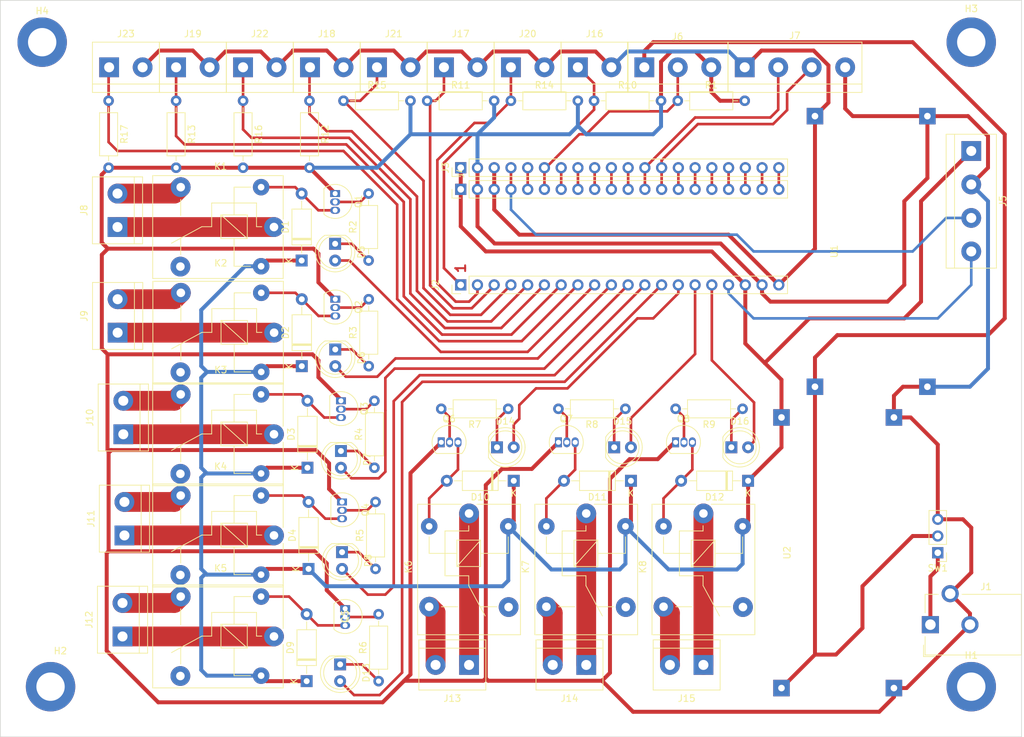
<source format=kicad_pcb>
(kicad_pcb (version 20240108) (generator "pcbnew") (generator_version "8.0")
  (layers (0 "F.Cu" signal) (31 "B.Cu" signal) (34 "B.Paste" user) (35 "F.Paste" user) (36 "B.SilkS" user "B.Silkscreen") (37 "F.SilkS" user "F.Silkscreen") (38 "B.Mask" user) (39 "F.Mask" user) (44 "Edge.Cuts" user))
  (net 0 "")
  (net 1 "+5V")
  (net 2 "Net-(D1-A)")
  (net 3 "Net-(D2-A)")
  (net 4 "Net-(D3-A)")
  (net 5 "Net-(D4-A)")
  (net 6 "Net-(D5-K)")
  (net 7 "Electrode1_Output")
  (net 8 "Net-(D6-K)")
  (net 9 "Electrode2_Output")
  (net 10 "Net-(D7-K)")
  (net 11 "Electrode3_Output")
  (net 12 "Net-(D8-K)")
  (net 13 "Electrode4_Output")
  (net 14 "Net-(D9-A)")
  (net 15 "Net-(D10-A)")
  (net 16 "Net-(D11-A)")
  (net 17 "Net-(D12-A)")
  (net 18 "Net-(D13-K)")
  (net 19 "Solenoid1_Output")
  (net 20 "Net-(D14-K)")
  (net 21 "Solenoid2_Output")
  (net 22 "Net-(D15-K)")
  (net 23 "Solenoid3_Output")
  (net 24 "Net-(D16-K)")
  (net 25 "Solenoid4_Output")
  (net 26 "GND")
  (net 27 "OLED_SCL")
  (net 28 "OLED_SDA")
  (net 29 "+24V")
  (net 30 "Gas_Pressure_Out")
  (net 31 "+3V3")
  (net 32 "Gas_Flowrate_Rx")
  (net 33 "Gas_Flowrate_Tx")
  (net 34 "Float_Chamber1_min")
  (net 35 "Float_Chamber2_min")
  (net 36 "Float_Chamber3_min")
  (net 37 "Float_Chamber4_min")
  (net 38 "Float_Chamber1_max")
  (net 39 "Float_Chamber2_max")
  (net 40 "Float_Chamber4_max")
  (net 41 "Float_Chamber3_max")
  (net 42 "/general_layout/PB0")
  (net 43 "/general_layout/PA7")
  (net 44 "/general_layout/PA6")
  (net 45 "/general_layout/PA5")
  (net 46 "/general_layout/PA4")
  (net 47 "/general_layout/PA1")
  (net 48 "/general_layout/NRST")
  (net 49 "/general_layout/PC13")
  (net 50 "/general_layout/VB")
  (net 59 "Net-(SW1-A)")
  (net 60 "Net-(J8-Pin_1)")
  (net 61 "Net-(J8-Pin_2)")
  (net 62 "Net-(J9-Pin_1)")
  (net 63 "Net-(J9-Pin_2)")
  (net 64 "Net-(J10-Pin_1)")
  (net 65 "Net-(J10-Pin_2)")
  (net 66 "Net-(J11-Pin_2)")
  (net 67 "Net-(J11-Pin_1)")
  (net 68 "Net-(J12-Pin_2)")
  (net 69 "Net-(J12-Pin_1)")
  (net 70 "Net-(J13-Pin_1)")
  (net 71 "Net-(J13-Pin_2)")
  (net 72 "Net-(J14-Pin_1)")
  (net 73 "Net-(J14-Pin_2)")
  (net 74 "/general_layout/PC14")
  (net 75 "/general_layout/PC15")
  (net 76 "/general_layout/PA0")
  (net 77 "Net-(J15-Pin_1)")
  (net 78 "Net-(J15-Pin_2)")
  (net 79 "Net-(Q1-B)")
  (net 80 "Net-(Q2-B)")
  (net 81 "Net-(Q3-B)")
  (net 82 "Net-(Q4-B)")
  (net 83 "Net-(Q5-B)")
  (net 84 "Net-(Q6-B)")
  (net 85 "Net-(Q7-B)")
  (net 86 "Net-(Q8-B)")
  (net 87 "/general_layout/PB2")
  (footprint "Package_TO_SOT_THT:TO-92L_Inline" (layer "F.Cu") (at 160.88 110.24)
    (property "Reference" "Q7")
    (property "Value" "2N2219")
  )
  (footprint "Resistor_THT:R_Axial_DIN0207_L6.3mm_D2.5mm_P10.16mm_Horizontal" (layer "F.Cu") (at 102.87 58.42 -90)
    (property "Reference" "R13")
    (property "Value" "1k")
  )
  (footprint "Relay_THT:Relay_SPDT_SANYOU_SRD_Series_Form_C" (layer "F.Cu") (at 165.1 121.04 -90)
    (property "Reference" "K7")
    (property "Value" "SANYOU_SRD_Form_C")
  )
  (footprint "Relay_THT:Relay_SPDT_SANYOU_SRD_Series_Form_C" (layer "F.Cu") (at 147.32 121.04 -90)
    (property "Reference" "K6")
    (property "Value" "SANYOU_SRD_Form_C")
  )
  (footprint "TerminalBlock:TerminalBlock_bornier-2_P5.08mm" (layer "F.Cu") (at 143.51 53.34)
    (property "Reference" "J17")
    (property "Value" "Screw_Terminal_01x02")
  )
  (footprint "Barrel_jack:BarrelJack_CUI_PJ-102AH_Horizontal" (layer "F.Cu") (at 217.32 137.91 90)
    (property "Reference" "J1")
    (property "Value" "Barrel_Jack_Switch")
  )
  (footprint "TerminalBlock:TerminalBlock_bornier-2_P5.08mm" (layer "F.Cu") (at 94.74 139.7 90)
    (property "Reference" "J12")
    (property "Value" "Screw_Terminal_01x02")
  )
  (footprint "MountingHole:MountingHole_4.3mm_M4_DIN965_Pad" (layer "F.Cu") (at 82.55 49.53)
    (property "Reference" "H4")
    (property "Value" "MountingHole")
  )
  (footprint "LED_THT:LED_D5.0mm_IRBlack" (layer "F.Cu") (at 151.56 111)
    (property "Reference" "D14")
    (property "Value" "LED")
  )
  (footprint "TerminalBlock:TerminalBlock_bornier-2_P5.08mm" (layer "F.Cu") (at 95.03 124.37 90)
    (property "Reference" "J11")
    (property "Value" "Screw_Terminal_01x02")
  )
  (footprint "Resistor_THT:R_Axial_DIN0207_L6.3mm_D2.5mm_P10.16mm_Horizontal" (layer "F.Cu") (at 132.08 82.66 90)
    (property "Reference" "R2")
    (property "Value" "330R")
  )
  (footprint "MountingHole:MountingHole_4.3mm_M4_DIN965_Pad" (layer "F.Cu") (at 83.82 147.32)
    (property "Reference" "H2")
    (property "Value" "MountingHole")
  )
  (footprint "Connector_PinHeader_2.54mm:PinHeader_1x20_P2.54mm_Vertical" (layer "F.Cu") (at 146.055 86.36 90)
    (property "Reference" "J2")
    (property "Value" "Conn_01x20")
  )
  (footprint "MountingHole:MountingHole_4.3mm_M4_DIN965_Pad" (layer "F.Cu") (at 223.52 49.53)
    (property "Reference" "H3")
    (property "Value" "MountingHole")
  )
  (footprint "Resistor_THT:R_Axial_DIN0207_L6.3mm_D2.5mm_P10.16mm_Horizontal" (layer "F.Cu") (at 178.99 58.42)
    (property "Reference" "R1")
    (property "Value" "150R")
  )
  (footprint "Package_TO_SOT_THT:TO-92L_Inline" (layer "F.Cu") (at 127.88 103.94 -90)
    (property "Reference" "Q3")
    (property "Value" "2N2219")
  )
  (footprint "TerminalBlock:TerminalBlock_bornier-2_P5.08mm" (layer "F.Cu") (at 153.67 53.34)
    (property "Reference" "J20")
    (property "Value" "Screw_Terminal_01x02")
  )
  (footprint "TerminalBlock:TerminalBlock_bornier-2_P5.08mm" (layer "F.Cu") (at 94 93.61 90)
    (property "Reference" "J9")
    (property "Value" "Screw_Terminal_01x02")
  )
  (footprint "LED_THT:LED_D5.0mm_IRBlack" (layer "F.Cu") (at 127 80.12 -90)
    (property "Reference" "D5")
    (property "Value" "LED")
  )
  (footprint "Relay_THT:Relay_SPDT_SANYOU_SRD_Series_Form_C" (layer "F.Cu") (at 117.74 93.61 180)
    (property "Reference" "K2")
    (property "Value" "SANYOU_SRD_Form_C")
  )
  (footprint "Package_TO_SOT_THT:TO-92L_Inline" (layer "F.Cu") (at 128.05 119.29 -90)
    (property "Reference" "Q4")
    (property "Value" "2N2219")
  )
  (footprint "Resistor_THT:R_Axial_DIN0207_L6.3mm_D2.5mm_P10.16mm_Horizontal" (layer "F.Cu") (at 132.1 98.69 90)
    (property "Reference" "R3")
    (property "Value" "330R")
  )
  (footprint "LED_THT:LED_D5.0mm_IRBlack" (layer "F.Cu") (at 187.12 111)
    (property "Reference" "D16")
    (property "Value" "LED")
  )
  (footprint "Resistor_THT:R_Axial_DIN0207_L6.3mm_D2.5mm_P10.16mm_Horizontal" (layer "F.Cu") (at 92.63 58.42 -90)
    (property "Reference" "R17")
    (property "Value" "1k")
  )
  (footprint "Resistor_THT:R_Axial_DIN0207_L6.3mm_D2.5mm_P10.16mm_Horizontal" (layer "F.Cu") (at 123.11 58.42 -90)
    (property "Reference" "R12")
    (property "Value" "1k")
  )
  (footprint "Connector_PinHeader_2.54mm:PinHeader_1x03_P2.54mm_Vertical" (layer "F.Cu") (at 218.44 127 180)
    (property "Reference" "SW1")
    (property "Value" "SW_SPDT")
  )
  (footprint "Resistor_THT:R_Axial_DIN0207_L6.3mm_D2.5mm_P10.16mm_Horizontal" (layer "F.Cu") (at 113.03 58.42 -90)
    (property "Reference" "R16")
    (property "Value" "1k")
  )
  (footprint "LED_THT:LED_D5.0mm_IRBlack" (layer "F.Cu") (at 128.05 126.91 -90)
    (property "Reference" "D8")
    (property "Value" "LED")
  )
  (footprint "LED_THT:LED_D5.0mm_IRBlack" (layer "F.Cu") (at 127.88 111.56 -90)
    (property "Reference" "D7")
    (property "Value" "LED")
  )
  (footprint "Resistor_THT:R_Axial_DIN0207_L6.3mm_D2.5mm_P10.16mm_Horizontal" (layer "F.Cu") (at 140.97 58.42)
    (property "Reference" "R11")
    (property "Value" "1k")
  )
  (footprint "TerminalBlock:TerminalBlock_bornier-2_P5.08mm" (layer "F.Cu") (at 182.88 144.02 180)
    (property "Reference" "J15")
    (property "Value" "Screw_Terminal_01x02")
  )
  (footprint "Relay_THT:Relay_SPDT_SANYOU_SRD_Series_Form_C" (layer "F.Cu") (at 117.72 124.37 180)
    (property "Reference" "K4")
    (property "Value" "SANYOU_SRD_Form_C")
  )
  (footprint "Resistor_THT:R_Axial_DIN0207_L6.3mm_D2.5mm_P10.16mm_Horizontal" (layer "F.Cu") (at 132.96 114.1 90)
    (property "Reference" "R4")
    (property "Value" "330R")
  )
  (footprint "TerminalBlock:TerminalBlock_bornier-2_P5.08mm" (layer "F.Cu") (at 92.71 53.34)
    (property "Reference" "J23")
    (property "Value" "Screw_Terminal_01x02")
  )
  (footprint "TerminalBlock:TerminalBlock_bornier-2_P5.08mm" (layer "F.Cu") (at 94.86 109.02 90)
    (property "Reference" "J10")
    (property "Value" "Screw_Terminal_01x02")
  )
  (footprint "Resistor_THT:R_Axial_DIN0207_L6.3mm_D2.5mm_P10.16mm_Horizontal" (layer "F.Cu") (at 133.13 129.45 90)
    (property "Reference" "R5")
    (property "Value" "330R")
  )
  (footprint "TerminalBlock:TerminalBlock_bornier-2_P5.08mm" (layer "F.Cu") (at 123.19 53.34)
    (property "Reference" "J18")
    (property "Value" "Screw_Terminal_01x02")
  )
  (footprint "Diode_THT:D_A-405_P10.16mm_Horizontal" (layer "F.Cu") (at 121.92 82.66 90)
    (property "Reference" "D1")
    (property "Value" "D")
  )
  (footprint "TerminalBlock:TerminalBlock_bornier-2_P5.08mm" (layer "F.Cu") (at 102.87 53.34)
    (property "Reference" "J19")
    (property "Value" "Screw_Terminal_01x02")
  )
  (footprint "Package_TO_SOT_THT:TO-92L_Inline" (layer "F.Cu") (at 143.1 110.24)
    (property "Reference" "Q6")
    (property "Value" "2N2219")
  )
  (footprint "Resistor_THT:R_Axial_DIN0207_L6.3mm_D2.5mm_P10.16mm_Horizontal" (layer "F.Cu") (at 188.82 105.16 180)
    (property "Reference" "R9")
    (property "Value" "330R")
  )
  (footprint "Interface_devices:Buck_converter" (layer "F.Cu") (at 193.335 81.28 90)
    (property "Reference" "U1")
    (property "Value" "Buck_Converter")
  )
  (footprint "Connector_PinHeader_2.54mm:PinHeader_1x20_P2.54mm_Vertical" (layer "F.Cu") (at 146.06 71.86 90)
    (property "Reference" "J4")
    (property "Value" "Conn_01x20")
  )
  (footprint "Resistor_THT:R_Axial_DIN0207_L6.3mm_D2.5mm_P10.16mm_Horizontal" (layer "F.Cu") (at 153.67 58.42)
    (property "Reference" "R14")
    (property "Value" "1k")
  )
  (footprint "TerminalBlock:TerminalBlock_bornier-2_P5.08mm" (layer "F.Cu") (at 147.32 144.02 180)
    (property "Reference" "J13")
    (property "Value" "Screw_Terminal_01x02")
  )
  (footprint "Diode_THT:D_A-405_P10.16mm_Horizontal" (layer "F.Cu") (at 122.97 129.45 90)
    (property "Reference" "D4")
    (property "Value" "D")
  )
  (footprint "Resistor_THT:R_Axial_DIN0207_L6.3mm_D2.5mm_P10.16mm_Horizontal" (layer "F.Cu") (at 128.27 58.42)
    (property "Reference" "R15")
    (property "Value" "1k")
  )
  (footprint "TerminalBlock:TerminalBlock_bornier-4_P5.08mm" (layer "F.Cu") (at 223.52 66.04 -90)
    (property "Reference" "J5")
    (property "Value" "OLED")
  )
  (footprint "Resistor_THT:R_Axial_DIN0207_L6.3mm_D2.5mm_P10.16mm_Horizontal" (layer "F.Cu") (at 153.26 105.16 180)
    (property "Reference" "R7")
    (property "Value" "330R")
  )
  (footprint "TerminalBlock:TerminalBlock_bornier-2_P5.08mm" (layer "F.Cu") (at 113.03 53.34)
    (property "Reference" "J22")
    (property "Value" "Screw_Terminal_01x02")
  )
  (footprint "Relay_THT:Relay_SPDT_SANYOU_SRD_Series_Form_C" (layer "F.Cu") (at 117.72 77.58 180)
    (property "Reference" "K1")
    (property "Value" "SANYOU_SRD_Form_C")
  )
  (footprint "Package_TO_SOT_THT:TO-92L_Inline" (layer "F.Cu") (at 127 72.5 -90)
    (property "Reference" "Q1")
    (property "Value" "2N2219")
  )
  (footprint "TerminalBlock:TerminalBlock_bornier-2_P5.08mm" (layer "F.Cu") (at 163.83 53.34)
    (property "Reference" "J16")
    (property "Value" "Screw_Terminal_01x02")
  )
  (footprint "TerminalBlock:TerminalBlock_bornier-2_P5.08mm" (layer "F.Cu") (at 165.1 144.02 180)
    (property "Reference" "J14")
    (property "Value" "Screw_Terminal_01x02")
  )
  (footprint "TerminalBlock:TerminalBlock_bornier-2_P5.08mm" (layer "F.Cu") (at 93.98 77.58 90)
    (property "Reference" "J8")
    (property "Value" "Screw_Terminal_01x02")
  )
  (footprint "TerminalBlock:TerminalBlock_bornier-3_P5.08mm" (layer "F.Cu") (at 173.91 53.34)
    (property "Reference" "J6")
    (property "Value" "Gas_Pressure_Sensor")
  )
  (footprint "LED_THT:LED_D5.0mm_IRBlack" (layer "F.Cu") (at 169.34 111)
    (property "Reference" "D15")
    (property "Value" "LED")
  )
  (footprint "Resistor_THT:R_Axial_DIN0207_L6.3mm_D2.5mm_P10.16mm_Horizontal" (layer "F.Cu") (at 133.6 146.48 90)
    (property "Reference" "R6")
    (property "Value" "330R")
  )
  (footprint "LED_THT:LED_D5.0mm_IRBlack" (layer "F.Cu") (at 127.76 143.94 -90)
    (property "Reference" "D13")
    (property "Value" "LED")
  )
  (footprint "Relay_THT:Relay_SPDT_SANYOU_SRD_Series_Form_C" (layer "F.Cu") (at 182.88 121.04 -90)
    (property "Reference" "K8")
    (property "Value" "SANYOU_SRD_Form_C")
  )
  (footprint "Interface_devices:Buck_converter" (layer "F.Cu") (at 188.255 127 90)
    (property "Reference" "U2")
    (property "Value" "Buck_Converter")
  )
  (footprint "Diode_THT:D_A-405_P10.16mm_Horizontal" (layer "F.Cu") (at 122.8 114.1 90)
    (property "Reference" "D3")
    (property "Value" "D")
  )
  (footprint "Relay_THT:Relay_SPDT_SANYOU_SRD_Series_Form_C" (layer "F.Cu") (at 117.72 139.7 180)
    (property "Reference" "K5")
    (property "Value" "SANYOU_SRD_Form_C")
  )
  (footprint "TerminalBlock:TerminalBlock_bornier-4_P5.08mm" (layer "F.Cu") (at 189.15 53.34)
    (property "Reference" "J7")
    (property "Value" "Gas_Flowrate_Concentration_Sensor")
  )
  (footprint "TerminalBlock:TerminalBlock_bornier-2_P5.08mm" (layer "F.Cu") (at 133.35 53.34)
    (property "Reference" "J21")
    (property "Value" "Screw_Terminal_01x02")
  )
  (footprint "LED_THT:LED_D5.0mm_IRBlack" (layer "F.Cu") (at 127.02 96.15 -90)
    (property "Reference" "D6")
    (property "Value" "LED")
  )
  (footprint "Resistor_THT:R_Axial_DIN0207_L6.3mm_D2.5mm_P10.16mm_Horizontal" (layer "F.Cu") (at 171.04 105.16 180)
    (property "Reference" "R8")
    (property "Value" "330R")
  )
  (footprint "Connector_PinHeader_2.54mm:PinHeader_1x20_P2.54mm_Vertical" (layer "F.Cu") (at 146.06 68.58 90)
    (property "Reference" "J3")
    (property "Value" "Conn_01x20")
  )
  (footprint "MountingHole:MountingHole_4.3mm_M4_DIN965_Pad" (layer "F.Cu") (at 223.52 147.32)
    (property "Reference" "H1")
    (property "Value" "MountingHole")
  )
  (footprint "Diode_THT:D_A-405_P10.16mm_Horizontal" (layer "F.Cu") (at 189.66 116.08 180)
    (property "Reference" "D12")
    (property "Value" "D")
  )
  (footprint "Diode_THT:D_A-405_P10.16mm_Horizontal" (layer "F.Cu") (at 171.88 116.08 180)
    (property "Reference" "D11")
    (property "Value" "D")
  )
  (footprint "Package_TO_SOT_THT:TO-92L_Inline" (layer "F.Cu") (at 178.66 110.24)
    (property "Reference" "Q8")
    (property "Value" "2N2219")
  )
  (footprint "Diode_THT:D_A-405_P10.16mm_Horizontal" (layer "F.Cu") (at 154.1 116.08 180)
    (property "Reference" "D10")
    (property "Value" "D")
  )
  (footprint "Package_TO_SOT_THT:TO-92L_Inline" (layer "F.Cu") (at 128.52 135.48 -90)
    (property "Reference" "Q5")
    (property "Value" "2N2219")
  )
  (footprint "Relay_THT:Relay_SPDT_SANYOU_SRD_Series_Form_C" (layer "F.Cu") (at 117.72 109.02 180)
    (property "Reference" "K3")
    (property "Value" "SANYOU_SRD_Form_C")
  )
  (footprint "Resistor_THT:R_Axial_DIN0207_L6.3mm_D2.5mm_P10.16mm_Horizontal" (layer "F.Cu") (at 166.29 58.42)
    (property "Reference" "R10")
    (property "Value" "1k")
  )
  (footprint "Diode_THT:D_A-405_P10.16mm_Horizontal" (layer "F.Cu") (at 122.68 146.48 90)
    (property "Reference" "D9")
    (property "Value" "D")
  )
  (footprint "Diode_THT:D_A-405_P10.16mm_Horizontal" (layer "F.Cu") (at 121.94 98.69 90)
    (property "Reference" "D2")
    (property "Value" "D")
  )
  (footprint "Package_TO_SOT_THT:TO-92L_Inline" (layer "F.Cu") (at 127.02 88.53 -90)
    (property "Reference" "Q2")
    (property "Value" "2N2219")
  )
  (gr_line (start 231.14 154.94) (end 76.2 154.94) (stroke (width 0.1)) (layer "Edge.Cuts"))
  (gr_line (start 76.2 43.18) (end 231.14 43.18) (stroke (width 0.1)) (layer "Edge.Cuts"))
  (gr_line (start 76.2 154.94) (end 76.2 43.18) (stroke (width 0.1)) (layer "Edge.Cuts"))
  (gr_line (start 231.14 43.18) (end 231.14 154.94) (stroke (width 0.1)) (layer "Edge.Cuts"))
  (gr_text "1" (at 146.05 83.82 90) (layer "F.Cu") (effects (font (size 1.5 1.5) (thickness 0.3))))
  (segment (start 122.97 129.45) (end 116.64 129.45) (width 0.6) (layer "F.Cu") (net 1))
  (segment (start 171.88 122.16) (end 171.05 122.99) (width 0.6) (layer "F.Cu") (net 1))
  (segment (start 184.155 81.28) (end 149.86 81.28) (width 0.6) (layer "F.Cu") (net 1))
  (segment (start 215.9 73.66) (end 215.9 88.9) (width 0.6) (layer "F.Cu") (net 1))
  (segment (start 116.6 146.48) (end 115.77 145.65) (width 0.6) (layer "F.Cu") (net 1))
  (segment (start 116.64 129.45) (end 115.77 130.32) (width 0.6) (layer "F.Cu") (net 1))
  (segment (start 213.36 91.44) (end 198.95 91.44) (width 0.6) (layer "F.Cu") (net 1))
  (segment (start 146.06 68.58) (end 146.06 71.86) (width 0.6) (layer "F.Cu") (net 1))
  (segment (start 198.95 91.44) (end 192.185 98.205) (width 0.6) (layer "F.Cu") (net 1))
  (segment (start 194.725 103.93) (end 194.725 111.015) (width 0.6) (layer "F.Cu") (net 1))
  (segment (start 189.66 116.08) (end 189.66 122.16) (width 0.6) (layer "F.Cu") (net 1))
  (segment (start 194.725 100.745) (end 192.185 98.205) (width 0.6) (layer "F.Cu") (net 1))
  (segment (start 121.92 82.66) (end 116.64 82.66) (width 0.6) (layer "F.Cu") (net 1))
  (segment (start 171.88 116.08) (end 171.88 122.16) (width 0.6) (layer "F.Cu") (net 1))
  (segment (start 154.1 116.08) (end 154.1 122.16) (width 0.6) (layer "F.Cu") (net 1))
  (segment (start 116.64 114.1) (end 115.77 114.97) (width 0.6) (layer "F.Cu") (net 1))
  (segment (start 189.235 95.255) (end 189.235 86.36) (width 0.6) (layer "F.Cu") (net 1))
  (segment (start 121.94 98.69) (end 116.66 98.69) (width 0.6) (layer "F.Cu") (net 1))
  (segment (start 194.725 111.015) (end 189.66 116.08) (width 0.6) (layer "F.Cu") (net 1))
  (segment (start 189.66 122.16) (end 188.83 122.99) (width 0.6) (layer "F.Cu") (net 1))
  (segment (start 192.185 98.205) (end 189.235 95.255) (width 0.6) (layer "F.Cu") (net 1))
  (segment (start 189.235 86.36) (end 184.155 81.28) (width 0.6) (layer "F.Cu") (net 1))
  (segment (start 223.52 66.04) (end 215.9 73.66) (width 0.6) (layer "F.Cu") (net 1))
  (segment (start 154.1 122.16) (end 153.27 122.99) (width 0.6) (layer "F.Cu") (net 1))
  (segment (start 215.9 88.9) (end 213.36 91.44) (width 0.6) (layer "F.Cu") (net 1))
  (segment (start 149.86 81.28) (end 146.06 77.48) (width 0.6) (layer "F.Cu") (net 1))
  (segment (start 146.06 77.48) (end 146.06 71.86) (width 0.6) (layer "F.Cu") (net 1))
  (segment (start 122.8 114.1) (end 116.64 114.1) (width 0.6) (layer "F.Cu") (net 1))
  (segment (start 122.68 146.48) (end 116.6 146.48) (width 0.6) (layer "F.Cu") (net 1))
  (segment (start 116.66 98.69) (end 115.79 99.56) (width 0.6) (layer "F.Cu") (net 1))
  (segment (start 116.64 82.66) (end 115.77 83.53) (width 0.6) (layer "F.Cu") (net 1))
  (segment (start 194.725 103.93) (end 194.725 100.745) (width 0.6) (layer "F.Cu") (net 1))
  (segment (start 106.68 90.17) (end 106.68 98.67) (width 0.6) (layer "B.Cu") (net 1))
  (segment (start 159.82 129.54) (end 153.27 122.99) (width 0.6) (layer "B.Cu") (net 1))
  (segment (start 188.83 128.67) (end 187.96 129.54) (width 0.6) (layer "B.Cu") (net 1))
  (segment (start 113.32 83.53) (end 106.68 90.17) (width 0.6) (layer "B.Cu") (net 1))
  (segment (start 170.18 129.54) (end 159.82 129.54) (width 0.6) (layer "B.Cu") (net 1))
  (segment (start 177.6 129.54) (end 171.05 122.99) (width 0.6) (layer "B.Cu") (net 1))
  (segment (start 106.68 100.45) (end 106.68 114.1) (width 0.6) (layer "B.Cu") (net 1))
  (segment (start 188.83 122.99) (end 188.83 128.67) (width 0.6) (layer "B.Cu") (net 1))
  (segment (start 107.55 130.32) (end 115.77 130.32) (width 0.6) (layer "B.Cu") (net 1))
  (segment (start 107.57 99.56) (end 106.68 100.45) (width 0.6) (layer "B.Cu") (net 1))
  (segment (start 107.17 130.32) (end 106.68 130.81) (width 0.6) (layer "B.Cu") (net 1))
  (segment (start 106.68 129.45) (end 107.55 130.32) (width 0.6) (layer "B.Cu") (net 1))
  (segment (start 106.68 144.78) (end 107.55 145.65) (width 0.6) (layer "B.Cu") (net 1))
  (segment (start 107.28 114.97) (end 106.68 115.57) (width 0.6) (layer "B.Cu") (net 1))
  (segment (start 107.55 145.65) (end 115.77 145.65) (width 0.6) (layer "B.Cu") (net 1))
  (segment (start 106.68 115.57) (end 106.68 129.45) (width 0.6) (layer "B.Cu") (net 1))
  (segment (start 153.27 131.21) (end 152.4 132.08) (width 0.6) (layer "B.Cu") (net 1))
  (segment (start 106.68 130.81) (end 106.68 144.78) (width 0.6) (layer "B.Cu") (net 1))
  (segment (start 107.55 114.97) (end 115.77 114.97) (width 0.6) (layer "B.Cu") (net 1))
  (segment (start 153.27 122.99) (end 153.27 131.21) (width 0.6) (layer "B.Cu") (net 1))
  (segment (start 107.55 130.32) (end 107.17 130.32) (width 0.6) (layer "B.Cu") (net 1))
  (segment (start 171.05 122.99) (end 171.05 128.67) (width 0.6) (layer "B.Cu") (net 1))
  (segment (start 106.68 98.67) (end 107.57 99.56) (width 0.6) (layer "B.Cu") (net 1))
  (segment (start 171.05 128.67) (end 170.18 129.54) (width 0.6) (layer "B.Cu") (net 1))
  (segment (start 107.55 114.97) (end 107.28 114.97) (width 0.6) (layer "B.Cu") (net 1))
  (segment (start 187.96 129.54) (end 177.6 129.54) (width 0.6) (layer "B.Cu") (net 1))
  (segment (start 107.57 99.56) (end 115.79 99.56) (width 0.6) (layer "B.Cu") (net 1))
  (segment (start 125.6 132.08) (end 122.97 129.45) (width 0.6) (layer "B.Cu") (net 1))
  (segment (start 152.4 132.08) (end 125.6 132.08) (width 0.6) (layer "B.Cu") (net 1))
  (segment (start 115.77 83.53) (end 113.32 83.53) (width 0.6) (layer "B.Cu") (net 1))
  (segment (start 106.68 114.1) (end 107.55 114.97) (width 0.6) (layer "B.Cu") (net 1))
  (segment (start 127 75.04) (end 124.46 75.04) (width 0.4) (layer "F.Cu") (net 2))
  (segment (start 115.77 71.53) (end 120.95 71.53) (width 0.4) (layer "F.Cu") (net 2))
  (segment (start 120.95 71.53) (end 121.92 72.5) (width 0.4) (layer "F.Cu") (net 2))
  (segment (start 124.46 75.04) (end 121.92 72.5) (width 0.4) (layer "F.Cu") (net 2))
  (segment (start 120.97 87.56) (end 121.94 88.53) (width 0.4) (layer "F.Cu") (net 3))
  (segment (start 115.79 87.56) (end 120.97 87.56) (width 0.4) (layer "F.Cu") (net 3))
  (segment (start 124.48 91.07) (end 121.94 88.53) (width 0.4) (layer "F.Cu") (net 3))
  (segment (start 127.02 91.07) (end 124.48 91.07) (width 0.4) (layer "F.Cu") (net 3))
  (segment (start 115.77 102.97) (end 121.83 102.97) (width 0.4) (layer "F.Cu") (net 4))
  (segment (start 125.34 106.48) (end 122.8 103.94) (width 0.4) (layer "F.Cu") (net 4))
  (segment (start 121.83 102.97) (end 122.8 103.94) (width 0.4) (layer "F.Cu") (net 4))
  (segment (start 127.88 106.48) (end 125.34 106.48) (width 0.4) (layer "F.Cu") (net 4))
  (segment (start 115.77 118.32) (end 122 118.32) (width 0.4) (layer "F.Cu") (net 5))
  (segment (start 122 118.32) (end 122.97 119.29) (width 0.4) (layer "F.Cu") (net 5))
  (segment (start 125.51 121.83) (end 122.97 119.29) (width 0.4) (layer "F.Cu") (net 5))
  (segment (start 128.05 121.83) (end 125.51 121.83) (width 0.4) (layer "F.Cu") (net 5))
  (segment (start 129.54 80.12) (end 132.08 82.66) (width 0.4) (layer "F.Cu") (net 6))
  (segment (start 127 80.12) (end 129.54 80.12) (width 0.4) (layer "F.Cu") (net 6))
  (segment (start 127 82.66) (end 129.16124 82.66) (width 0.4) (layer "F.Cu") (net 7))
  (segment (start 143.02124 96.52) (end 156.215 96.52) (width 0.4) (layer "F.Cu") (net 7))
  (segment (start 156.215 96.52) (end 166.375 86.36) (width 0.4) (layer "F.Cu") (net 7))
  (segment (start 129.16124 82.66) (end 143.02124 96.52) (width 0.4) (layer "F.Cu") (net 7))
  (segment (start 129.56 96.15) (end 132.1 98.69) (width 0.4) (layer "F.Cu") (net 8))
  (segment (start 127.02 96.15) (end 129.56 96.15) (width 0.4) (layer "F.Cu") (net 8))
  (segment (start 136.160481 97.519519) (end 157.755481 97.519519) (width 0.4) (layer "F.Cu") (net 9))
  (segment (start 133.390489 100.289511) (end 136.160481 97.519519) (width 0.4) (layer "F.Cu") (net 9))
  (segment (start 127.02 98.69) (end 128.619511 100.289511) (width 0.4) (layer "F.Cu") (net 9))
  (segment (start 157.755481 97.519519) (end 168.915 86.36) (width 0.4) (layer "F.Cu") (net 9))
  (segment (start 128.619511 100.289511) (end 133.390489 100.289511) (width 0.4) (layer "F.Cu") (net 9))
  (segment (start 130.42 111.56) (end 132.96 114.1) (width 0.4) (layer "F.Cu") (net 10))
  (segment (start 127.88 111.56) (end 130.42 111.56) (width 0.4) (layer "F.Cu") (net 10))
  (segment (start 134.62 114.702051) (end 134.62 105.41) (width 0.4) (layer "F.Cu") (net 11))
  (segment (start 129.479511 115.699511) (end 133.62254 115.699511) (width 0.4) (layer "F.Cu") (net 11))
  (segment (start 136.033534 99.06) (end 158.75 99.06) (width 0.4) (layer "F.Cu") (net 11))
  (segment (start 134.62 105.41) (end 134.62 100.473534) (width 0.4) (layer "F.Cu") (net 11))
  (segment (start 127.88 114.1) (end 129.479511 115.699511) (width 0.4) (layer "F.Cu") (net 11))
  (segment (start 133.62254 115.699511) (end 134.62 114.702051) (width 0.4) (layer "F.Cu") (net 11))
  (segment (start 158.755 99.06) (end 171.455 86.36) (width 0.4) (layer "F.Cu") (net 11))
  (segment (start 134.62 100.473534) (end 136.033534 99.06) (width 0.4) (layer "F.Cu") (net 11))
  (segment (start 128.05 126.91) (end 130.59 126.91) (width 0.4) (layer "F.Cu") (net 12))
  (segment (start 130.59 126.91) (end 133.13 129.45) (width 0.4) (layer "F.Cu") (net 12))
  (segment (start 173.995 86.36) (end 160.29548 100.05952) (width 0.4) (layer "F.Cu") (net 13))
  (segment (start 135.89 103.996466) (end 135.89 132.08) (width 0.4) (layer "F.Cu") (net 13))
  (segment (start 135.89 132.08) (end 134.62 133.35) (width 0.4) (layer "F.Cu") (net 13))
  (segment (start 139.826946 100.05952) (end 135.89 103.996466) (width 0.4) (layer "F.Cu") (net 13))
  (segment (start 131.95 133.35) (end 128.05 129.45) (width 0.4) (layer "F.Cu") (net 13))
  (segment (start 160.29548 100.05952) (end 139.826946 100.05952) (width 0.4) (layer "F.Cu") (net 13))
  (segment (start 134.62 133.35) (end 131.95 133.35) (width 0.4) (layer "F.Cu") (net 13))
  (segment (start 120.01 133.65) (end 122.68 136.32) (width 0.4) (layer "F.Cu") (net 14))
  (segment (start 124.38 138.02) (end 122.68 136.32) (width 0.4) (layer "F.Cu") (net 14))
  (segment (start 128.52 138.02) (end 124.38 138.02) (width 0.4) (layer "F.Cu") (net 14))
  (segment (start 115.77 133.65) (end 120.01 133.65) (width 0.4) (layer "F.Cu") (net 14))
  (segment (start 145.64 110.24) (end 145.64 114.38) (width 0.4) (layer "F.Cu") (net 15))
  (segment (start 141.27 122.99) (end 141.27 118.75) (width 0.4) (layer "F.Cu") (net 15))
  (segment (start 145.64 114.38) (end 143.94 116.08) (width 0.4) (layer "F.Cu") (net 15))
  (segment (start 141.27 118.75) (end 143.94 116.08) (width 0.4) (layer "F.Cu") (net 15))
  (segment (start 159.05 118.75) (end 161.72 116.08) (width 0.4) (layer "F.Cu") (net 16))
  (segment (start 159.05 122.99) (end 159.05 118.75) (width 0.4) (layer "F.Cu") (net 16))
  (segment (start 163.42 110.24) (end 163.42 114.38) (width 0.4) (layer "F.Cu") (net 16))
  (segment (start 163.42 114.38) (end 161.72 116.08) (width 0.4) (layer "F.Cu") (net 16))
  (segment (start 181.2 110.24) (end 181.2 114.38) (width 0.4) (layer "F.Cu") (net 17))
  (segment (start 176.83 118.75) (end 179.5 116.08) (width 0.4) (layer "F.Cu") (net 17))
  (segment (start 181.2 114.38) (end 179.5 116.08) (width 0.4) (layer "F.Cu") (net 17))
  (segment (start 176.83 122.99) (end 176.83 118.75) (width 0.4) (layer "F.Cu") (net 17))
  (segment (start 131.06 143.94) (end 133.6 146.48) (width 0.4) (layer "F.Cu") (net 18))
  (segment (start 127.76 143.94) (end 131.06 143.94) (width 0.4) (layer "F.Cu") (net 18))
  (segment (start 137.16 145.182051) (end 133.752051 148.59) (width 0.4) (layer "F.Cu") (net 19))
  (segment (start 176.535 86.36) (end 161.83596 101.05904) (width 0.4) (layer "F.Cu") (net 19))
  (segment (start 137.16 104.14) (end 137.16 145.182051) (width 0.4) (layer "F.Cu") (net 19))
  (segment (start 161.83596 101.05904) (end 140.24096 101.05904) (width 0.4) (layer "F.Cu") (net 19))
  (segment (start 140.24096 101.05904) (end 137.16 104.14) (width 0.4) (layer "F.Cu") (net 19))
  (segment (start 129.87 148.59) (end 127.76 146.48) (width 0.4) (layer "F.Cu") (net 19))
  (segment (start 133.752051 148.59) (end 129.87 148.59) (width 0.4) (layer "F.Cu") (net 19))
  (segment (start 151.56 106.86) (end 153.26 105.16) (width 0.4) (layer "F.Cu") (net 20))
  (segment (start 151.56 111) (end 151.56 106.86) (width 0.4) (layer "F.Cu") (net 20))
  (segment (start 154.94 104.59856) (end 154.94 106.68) (width 0.4) (layer "F.Cu") (net 21))
  (segment (start 172.868534 91.44) (end 175.26 91.44) (width 0.4) (layer "F.Cu") (net 21))
  (segment (start 154.94 106.68) (end 154.1 107.52) (width 0.4) (layer "F.Cu") (net 21))
  (segment (start 179.075 87.625) (end 179.075 86.36) (width 0.4) (layer "F.Cu") (net 21))
  (segment (start 157.48 102.05856) (end 162.249975 102.058559) (width 0.4) (layer "F.Cu") (net 21))
  (segment (start 162.249975 102.058559) (end 172.868534 91.44) (width 0.4) (layer "F.Cu") (net 21))
  (segment (start 154.1 107.52) (end 154.1 111) (width 0.4) (layer "F.Cu") (net 21))
  (segment (start 157.48 102.05856) (end 154.94 104.59856) (width 0.4) (layer "F.Cu") (net 21))
  (segment (start 175.26 91.44) (end 179.075 87.625) (width 0.4) (layer "F.Cu") (net 21))
  (segment (start 169.34 106.86) (end 171.04 105.16) (width 0.4) (layer "F.Cu") (net 22))
  (segment (start 169.34 111) (end 169.34 106.86) (width 0.4) (layer "F.Cu") (net 22))
  (segment (start 171.88 106.582051) (end 181.615 96.847051) (width 0.4) (layer "F.Cu") (net 23))
  (segment (start 171.88 111) (end 171.88 106.582051) (width 0.4) (layer "F.Cu") (net 23))
  (segment (start 181.615 96.847051) (end 181.615 86.36) (width 0.4) (layer "F.Cu") (net 23))
  (segment (start 187.12 111) (end 187.12 106.86) (width 0.4) (layer "F.Cu") (net 24))
  (segment (start 187.12 106.86) (end 188.82 105.16) (width 0.4) (layer "F.Cu") (net 24))
  (segment (start 184.155 97.795) (end 184.155 86.36) (width 0.4) (layer "F.Cu") (net 25))
  (segment (start 190.56 104.2) (end 184.155 97.795) (width 0.4) (layer "F.Cu") (net 25))
  (segment (start 189.66 111) (end 190.56 110.1) (width 0.4) (layer "F.Cu") (net 25))
  (segment (start 190.56 110.1) (end 190.56 104.2) (width 0.4) (layer "F.Cu") (net 25))
  (segment (start 209.55 151.13) (end 211.785 148.895) (width 0.6) (layer "F.Cu") (net 26))
  (segment (start 126.080489 117.320489) (end 127.89548 119.13548) (width 0.6) (layer "F.Cu") (net 26))
  (segment (start 213.15 101.81) (end 211.785 103.175) (width 0.6) (layer "F.Cu") (net 26))
  (segment (start 148.6 77.48) (end 148.6 71.86) (width 0.6) (layer "F.Cu") (net 26))
  (segment (start 168.700489 115.779511) (end 168.700489 145.218533) (width 0.6) (layer "F.Cu") (net 26))
  (segment (start 216.865 101.81) (end 213.15 101.81) (width 0.6) (layer "F.Cu") (net 26))
  (segment (start 149.86 146.05) (end 149.86 116.720978) (width 0.6) (layer "F.Cu") (net 26))
  (segment (start 152.300489 114.280489) (end 156.839511 114.280489) (width 0.6) (layer "F.Cu") (net 26))
  (segment (start 216.865 70.155) (end 216.865 60.75) (width 0.6) (layer "F.Cu") (net 26))
  (segment (start 226.06 68.58) (end 223.52 71.12) (width 0.6) (layer "F.Cu") (net 26))
  (segment (start 126.87548 72.34548) (end 127 72.34548) (width 0.6) (layer "F.Cu") (net 26))
  (segment (start 124.46 81.600978) (end 124.46 85.97) (width 0.6) (layer "F.Cu") (net 26))
  (segment (start 172.209982 151.13) (end 209.55 151.13) (width 0.6) (layer "F.Cu") (net 26))
  (segment (start 184.07 57.07) (end 184.07 53.34) (width 0.6) (layer "F.Cu") (net 26))
  (segment (start 93.050498 111.419502) (end 92.630489 111.839511) (width 0.6) (layer "F.Cu") (net 26))
  (segment (start 123.560489 96.890489) (end 124.46 97.79) (width 0.6) (layer "F.Cu") (net 26))
  (segment (start 124.46 100.36548) (end 127.88 103.78548) (width 0.6) (layer "F.Cu") (net 26))
  (segment (start 178.50548 110.24) (end 175.945969 112.799511) (width 0.6) (layer "F.Cu") (net 26))
  (segment (start 92.520009 80.860489) (end 123.719511 80.860489) (width 0.6) (layer "F.Cu") (net 26))
  (segment (start 211.785 148.895) (end 211.785 147.53) (width 0.6) (layer "F.Cu") (net 26))
  (segment (start 92.630489 126.769511) (end 92.34048 127.05952) (width 0.6) (layer "F.Cu") (net 26))
  (segment (start 92.34048 127.05952) (end 92.34048 141.87048) (width 0.6) (layer "F.Cu") (net 26))
  (segment (start 137.52952 146.41952) (end 149.49048 146.41952) (width 0.6) (layer "F.Cu") (net 26))
  (segment (start 125.73 132.69) (end 128.36548 135.32548) (width 0.6) (layer "F.Cu") (net 26))
  (segment (start 171.680489 112.799511) (end 168.700489 115.779511) (width 0.6) (layer "F.Cu") (net 26))
  (segment (start 126.080489 113.430978) (end 126.080489 117.320489) (width 0.6) (layer "F.Cu") (net 26))
  (segment (start 92.46048 96.911476) (end 92.46048 111.419502) (width 0.6) (layer "F.Cu") (net 26))
  (segment (start 191.775 87.635) (end 191.775 86.36) (width 0.6) (layer "F.Cu") (net 26))
  (segment (start 92.63 68.58) (end 91.580489 69.629511) (width 0.6) (layer "F.Cu") (net 26))
  (segment (start 127.89548 119.13548) (end 128.05 119.13548) (width 0.6) (layer "F.Cu") (net 26))
  (segment (start 100.15952 149.68952) (end 134.207487 149.68952) (width 0.6) (layer "F.Cu") (net 26))
  (segment (start 222.25 121.92) (end 223.52 123.19) (width 0.6) (layer "F.Cu") (net 26))
  (segment (start 218.44 121.92) (end 222.25 121.92) (width 0.6) (layer "F.Cu") (net 26))
  (segment (start 137.503503 146.393503) (end 137.52952 146.41952) (width 0.6) (layer "F.Cu") (net 26))
  (segment (start 216.865 70.155) (end 213.36 73.66) (width 0.6) (layer "F.Cu") (net 26))
  (segment (start 177.996089 50.940489) (end 181.670489 50.940489) (width 0.6) (layer "F.Cu") (net 26))
  (segment (start 218.44 121.92) (end 218.44 110.585) (width 0.6) (layer "F.Cu") (net 26))
  (segment (start 223.32 137.91) (end 223.32 136.21) (width 0.6) (layer "F.Cu") (net 26))
  (segment (start 226.06 63.780978) (end 223.029022 60.75) (width 0.6) (layer "F.Cu") (net 26))
  (segment (start 167.499502 146.41952) (end 172.209982 151.13) (width 0.6) (layer "F.Cu") (net 26))
  (segment (start 175.945969 112.799511) (end 171.680489 112.799511) (width 0.6) (layer "F.Cu") (net 26))
  (segment (start 92.481467 96.890489) (end 123.560489 96.890489) (width 0.6) (layer "F.Cu") (net 26))
  (segment (start 223.32 136.21) (end 220.32 133.21) (width 0.6) (layer "F.Cu") (net 26))
  (segment (start 91.580489 69.629511) (end 91.580489 79.920969) (width 0.6) (layer "F.Cu") (net 26))
  (segment (start 210.82 88.9) (end 193.04 88.9) (width 0.6) (layer "F.Cu") (net 26))
  (segment (start 213.7 147.53) (end 223.32 137.91) (width 0.6) (layer "F.Cu") (net 26))
  (segment (start 92.481467 96.890489) (end 92.46048 96.911476) (width 0.6) (layer "F.Cu") (net 26))
  (segment (start 213.36 86.36) (end 210.82 88.9) (width 0.6) (layer "F.Cu") (net 26))
  (segment (start 134.207487 149.68952) (end 137.503503 146.393503) (width 0.6) (layer "F.Cu") (net 26))
  (segment (start 223.52 130.01) (end 220.32 133.21) (width 0.6) (layer "F.Cu") (net 26))
  (segment (start 92.46048 111.419502) (end 93.050498 111.419502) (width 0.6) (layer "F.Cu") (net 26))
  (segment (start 191.775 86.36) (end 185.49548 80.08048) (width 0.6) (layer "F.Cu") (net 26))
  (segment (start 149.49048 146.41952) (end 149.86 146.05) (width 0.6) (layer "F.Cu") (net 26))
  (segment (start 128.36548 135.32548) (end 128.52 135.32548) (width 0.6) (layer "F.Cu") (net 26))
  (segment (start 176.45 58.42) (end 176.45 52.486578) (width 0.6) (layer "F.Cu") (net 26))
  (segment (start 204.39 59.61) (end 204.39 53.34) (width 0.6) (layer "F.Cu") (net 26))
  (segment (start 223.52 123.19) (end 223.52 130.01) (width 0.6) (layer "F.Cu") (net 26))
  (segment (start 176.45 52.486578) (end 177.996089 50.940489) (width 0.6) (layer "F.Cu") (net 26))
  (segment (start 92.630489 126.769511) (end 123.888533 126.769511) (width 0.6) (layer "F.Cu") (net 26))
  (segment (start 167.499502 146.41952) (end 150.22952 146.41952) (width 0.6) (layer "F.Cu") (net 26))
  (segment (start 193.04 88.9) (end 191.775 87.635) (width 0.6) (layer "F.Cu") (net 26))
  (segment (start 127 72.5) (end 127.08 72.5) (width 0.6) (layer "F.Cu") (net 26))
  (segment (start 181.670489 50.940489) (end 184.07 53.34) (width 0.6) (layer "F.Cu") (net 26))
  (segment (start 189.15 58.42) (end 185.42 58.42) (width 0.6) (layer "F.Cu") (net 26))
  (segment (start 214.325 106.47) (end 218.44 110.585) (width 0.6) (layer "F.Cu") (net 26))
  (segment (start 124.46 85.97) (end 126.86548 88.37548) (width 0.6) (layer "F.Cu") (net 26))
  (segment (start 138.43 114.91) (end 143.1 110.24) (width 0.6) (layer "F.Cu") (net 26))
  (segment (start 124.46 97.79) (end 124.46 100.36548) (width 0.6) (layer "F.Cu") (net 26))
  (segment (start 102.87 68.58) (end 113.03 68.58) (width 0.6) (layer "F.Cu") (net 26))
  (segment (start 150.22952 146.41952) (end 149.86 146.05) (width 0.6) (layer "F.Cu") (net 26))
  (segment (start 216.865 60.75) (end 205.53 60.75) (width 0.6) (layer "F.Cu") (net 26))
  (segment (start 160.72548 110.39452) (end 160.72548 110.24) (width 0.6) (layer "F.Cu") (net 26))
  (segment (start 149.86 116.720978) (end 152.300489 114.280489) (width 0.6) (layer "F.Cu") (net 26))
  (segment (start 213.36 73.66) (end 213.36 86.36) (width 0.6) (layer "F.Cu") (net 26))
  (segment (start 185.49548 80.08048) (end 151.20048 80.08048) (width 0.6) (layer "F.Cu") (net 26))
  (segment (start 211.785 106.47) (end 214.325 106.47) (width 0.6) (layer "F.Cu") (net 26))
  (segment (start 151.20048 80.08048) (end 148.6 77.48) (width 0.6) (layer "F.Cu") (net 26))
  (segment (start 92.34048 141.87048) (end 100.15952 149.68952) (width 0.6) (layer "F.Cu") (net 26))
  (segment (start 168.700489 145.218533) (end 167.499502 146.41952) (width 0.6) (layer "F.Cu") (net 26))
  (segment (start 123.888533 126.769511) (end 125.73 128.610978) (width 0.6) (layer "F.Cu") (net 26))
  (segment (start 137.503503 146.393503) (end 138.43 145.467007) (width 0.6) (layer "F.Cu") (net 26))
  (segment (start 91.580489 79.920969) (end 92.520009 80.860489) (width 0.6) (layer "F.Cu") (net 26))
  (segment (start 185.42 58.42) (end 184.07 57.07) (width 0.6) (layer "F.Cu") (net 26))
  (segment (start 91.60048 96.009502) (end 92.481467 96.890489) (width 0.6) (layer "F.Cu") (net 26))
  (segment (start 226.06 68.58) (end 226.06 63.780978) (width 0.6) (layer "F.Cu") (net 26))
  (segment (start 123.11 68.58) (end 126.87548 72.34548) (width 0.6) (layer "F.Cu") (net 26))
  (segment (start 92.63 68.58) (end 102.87 68.58) (width 0.6) (layer "F.Cu") (net 26))
  (segment (start 138.43 145.467007) (end 138.43 114.91) (width 0.6) (layer "F.Cu") (net 26))
  (segment (start 211.785 147.53) (end 213.7 147.53) (width 0.6) (layer "F.Cu") (net 26))
  (segment (start 91.60048 81.780018) (end 91.60048 96.009502) (width 0.6) (layer "F.Cu") (net 26))
  (segment (start 148.6 68.58) (end 148.6 71.86) (width 0.6) (layer "F.Cu") (net 26))
  (segment (start 92.520009 80.860489) (end 91.60048 81.780018) (width 0.6) (layer "F.Cu") (net 26))
  (segment (start 124.069013 111.419502) (end 126.080489 113.430978) (width 0.6) (layer "F.Cu") (net 26))
  (segment (start 223.029022 60.75) (end 216.865 60.75) (width 0.6) (layer "F.Cu") (net 26))
  (segment (start 211.785 103.175) (end 211.785 106.47) (width 0.6) (layer "F.Cu") (net 26))
  (segment (start 123.719511 80.860489) (end 124.46 81.600978) (width 0.6) (layer "F.Cu") (net 26))
  (segment (start 156.839511 114.280489) (end 160.72548 110.39452) (width 0.6) (layer "F.Cu") (net 26))
  (segment (start 205.53 60.75) (end 204.39 59.61) (width 0.6) (layer "F.Cu") (net 26))
  (segment (start 92.630489 111.839511) (end 92.630489 126.769511) (width 0.6) (layer "F.Cu") (net 26))
  (segment (start 93.050498 111.419502) (end 124.069013 111.419502) (width 0.6) (layer "F.Cu") (net 26))
  (segment (start 113.03 68.58) (end 123.11 68.58) (width 0.6) (layer "F.Cu") (net 26))
  (segment (start 126.86548 88.37548) (end 127.02 88.37548) (width 0.6) (layer "F.Cu") (net 26))
  (segment (start 125.73 128.610978) (end 125.73 132.69) (width 0.6) (layer "F.Cu") (net 26))
  (segment (start 226.06 99.06) (end 223.31 101.81) (width 0.6) (layer "B.Cu") (net 26))
  (segment (start 223.52 71.12) (end 226.06 73.66) (width 0.6) (layer "B.Cu") (net 26))
  (segment (start 151.13 60.96) (end 148.59 63.5) (width 0.6) (layer "B.Cu") (net 26))
  (segment (start 148.6 63.51) (end 148.6 68.58) (width 0.6) (layer "B.Cu") (net 26))
  (segment (start 133.35 68.58) (end 138.43 63.5) (width 0.6) (layer "B.Cu") (net 26))
  (segment (start 226.06 73.66) (end 226.06 99.06) (width 0.6) (layer "B.Cu") (net 26))
  (segment (start 148.59 63.5) (end 148.6 63.51) (width 0.6) (layer "B.Cu") (net 26))
  (segment (start 165.1 63.5) (end 163.83 62.23) (width 0.6) (layer "B.Cu") (net 26))
  (segment (start 138.43 63.5) (end 138.43 58.42) (width 0.6) (layer "B.Cu") (net 26))
  (segment (start 151.13 58.42) (end 151.13 60.96) (width 0.6) (layer "B.Cu") (net 26))
  (segment (start 176.45 62.31) (end 175.26 63.5) (width 0.6) (layer "B.Cu") (net 26))
  (segment (start 138.43 63.5) (end 148.59 63.5) (width 0.6) (layer "B.Cu") (net 26))
  (segment (start 175.26 63.5) (end 165.1 63.5) (width 0.6) (layer "B.Cu") (net 26))
  (segment (start 123.11 68.58) (end 133.35 68.58) (width 0.6) (layer "B.Cu") (net 26))
  (segment (start 176.45 58.42) (end 176.45 62.31) (width 0.6) (layer "B.Cu") (net 26))
  (segment (start 162.56 63.5) (end 148.59 63.5) (width 0.6) (layer "B.Cu") (net 26))
  (segment (start 223.31 101.81) (end 216.865 101.81) (width 0.6) (layer "B.Cu") (net 26))
  (segment (start 163.83 58.42) (end 163.83 62.23) (width 0.6) (layer "B.Cu") (net 26))
  (segment (start 163.83 62.23) (end 162.56 63.5) (width 0.6) (layer "B.Cu") (net 26))
  (segment (start 153.68 68.58) (end 153.68 71.86) (width 0.4) (layer "F.Cu") (net 27))
  (segment (start 157.48 78.74) (end 153.68 74.94) (width 0.4) (layer "B.Cu") (net 27))
  (segment (start 187.96 78.74) (end 157.48 78.74) (width 0.4) (layer "B.Cu") (net 27))
  (segment (start 223.52 76.2) (end 219.71 76.2) (width 0.4) (layer "B.Cu") (net 27))
  (segment (start 214.63 81.28) (end 190.5 81.28) (width 0.4) (layer "B.Cu") (net 27))
  (segment (start 153.68 74.94) (end 153.68 71.86) (width 0.4) (layer "B.Cu") (net 27))
  (segment (start 190.5 81.28) (end 187.96 78.74) (width 0.4) (layer "B.Cu") (net 27))
  (segment (start 219.71 76.2) (end 214.63 81.28) (width 0.4) (layer "B.Cu") (net 27))
  (segment (start 218.44 91.44) (end 190.5 91.44) (width 0.4) (layer "B.Cu") (net 28))
  (segment (start 190.5 91.44) (end 186.695 87.635) (width 0.4) (layer "B.Cu") (net 28))
  (segment (start 186.695 87.635) (end 186.695 86.36) (width 0.4) (layer "B.Cu") (net 28))
  (segment (start 223.52 86.36) (end 218.44 91.44) (width 0.4) (layer "B.Cu") (net 28))
  (segment (start 223.52 86.36) (end 223.52 81.28) (width 0.4) (layer "B.Cu") (net 28))
  (segment (start 199.805 101.81) (end 199.805 142.45) (width 0.6) (layer "F.Cu") (net 29))
  (segment (start 218.44 124.46) (end 214.63 124.46) (width 0.6) (layer "F.Cu") (net 29))
  (segment (start 207.01 132.08) (end 207.01 138.43) (width 0.6) (layer "F.Cu") (net 29))
  (segment (start 199.805 142.45) (end 194.725 147.53) (width 0.6) (layer "F.Cu") (net 29))
  (segment (start 199.805 101.81) (end 199.805 97.375) (width 0.6) (layer "F.Cu") (net 29))
  (segment (start 214.63 124.46) (end 207.01 132.08) (width 0.6) (layer "F.Cu") (net 29))
  (segment (start 202.99 142.45) (end 199.805 142.45) (width 0.6) (layer "F.Cu") (net 29))
  (segment (start 207.01 138.43) (end 202.99 142.45) (width 0.6) (layer "F.Cu") (net 29))
  (segment (start 175.26 49.53) (end 173.91 50.88) (width 0.6) (layer "F.Cu") (net 29))
  (segment (start 226.06 93.98) (end 228.6 91.44) (width 0.6) (layer "F.Cu") (net 29))
  (segment (start 214.63 49.53) (end 175.26 49.53) (width 0.6) (layer "F.Cu") (net 29))
  (segment (start 173.91 50.88) (end 173.91 53.34) (width 0.6) (layer "F.Cu") (net 29))
  (segment (start 228.6 63.5) (end 214.63 49.53) (width 0.6) (layer "F.Cu") (net 29))
  (segment (start 199.805 97.375) (end 203.2 93.98) (width 0.6) (layer "F.Cu") (net 29))
  (segment (start 203.2 93.98) (end 226.06 93.98) (width 0.6) (layer "F.Cu") (net 29))
  (segment (start 228.6 91.44) (end 228.6 63.5) (width 0.6) (layer "F.Cu") (net 29))
  (segment (start 158.967238 68.58) (end 158.76 68.58) (width 0.4) (layer "F.Cu") (net 30))
  (segment (start 164.047238 63.5) (end 158.967238 68.58) (width 0.4) (layer "F.Cu") (net 30))
  (segment (start 178.99 58.42) (end 177.390489 60.019511) (width 0.4) (layer "F.Cu") (net 30))
  (segment (start 178.99 58.42) (end 178.99 53.34) (width 0.4) (layer "F.Cu") (net 30))
  (segment (start 165.1 63.5) (end 164.047238 63.5) (width 0.4) (layer "F.Cu") (net 30))
  (segment (start 168.580489 60.019511) (end 165.1 63.5) (width 0.4) (layer "F.Cu") (net 30))
  (segment (start 158.76 68.58) (end 158.76 71.86) (width 0.4) (layer "F.Cu") (net 30))
  (segment (start 177.390489 60.019511) (end 168.580489 60.019511) (width 0.4) (layer "F.Cu") (net 30))
  (segment (start 146.190489 50.940489) (end 140.829511 50.940489) (width 0.6) (layer "F.Cu") (net 31))
  (segment (start 168.91 53.34) (end 166.510489 50.940489) (width 0.6) (layer "F.Cu") (net 31))
  (segment (start 156.350489 50.940489) (end 150.989511 50.940489) (width 0.6) (layer "F.Cu") (net 31))
  (segment (start 135.89 50.8) (end 138.43 53.34) (width 0.6) (layer "F.Cu") (net 31))
  (segment (start 120.57 50.88) (end 118.11 53.34) (width 0.6) (layer "F.Cu") (net 31))
  (segment (start 161.149511 50.940489) (end 158.75 53.34) (width 0.6) (layer "F.Cu") (net 31))
  (segment (start 128.27 53.34) (end 125.73 50.8) (width 0.6) (layer "F.Cu") (net 31))
  (segment (start 115.710489 50.940489) (end 110.349511 50.940489) (width 0.6) (layer "F.Cu") (net 31))
  (segment (start 105.41 50.8) (end 107.95 53.34) (width 0.6) (layer "F.Cu") (net 31))
  (segment (start 128.27 53.34) (end 130.81 50.8) (width 0.6) (layer "F.Cu") (net 31))
  (segment (start 148.59 53.34) (end 146.190489 50.940489) (width 0.6) (layer "F.Cu") (net 31))
  (segment (start 158.75 53.34) (end 156.350489 50.940489) (width 0.6) (layer "F.Cu") (net 31))
  (segment (start 154.94 78.74) (end 151.14 74.94) (width 0.6) (layer "F.Cu") (net 31))
  (segment (start 194.315 86.36) (end 186.695 78.74) (width 0.6) (layer "F.Cu") (net 31))
  (segment (start 199.805 80.87) (end 199.805 60.75) (width 0.6) (layer "F.Cu") (net 31))
  (segment (start 199.597737 50.8) (end 201.85 53.052263) (width 0.6) (layer "F.Cu") (net 31))
  (segment (start 166.510489 50.940489) (end 161.149511 50.940489) (width 0.6) (layer "F.Cu") (net 31))
  (segment (start 201.85 53.052263) (end 201.85 58.705) (width 0.6) (layer "F.Cu") (net 31))
  (segment (start 201.85 58.705) (end 199.805 60.75) (width 0.6) (layer "F.Cu") (net 31))
  (segment (start 151.14 74.94) (end 151.14 71.86) (width 0.6) (layer "F.Cu") (net 31))
  (segment (start 110.349511 50.940489) (end 107.95 53.34) (width 0.6) (layer "F.Cu") (net 31))
  (segment (start 118.11 53.34) (end 115.710489 50.940489) (width 0.6) (layer "F.Cu") (net 31))
  (segment (start 199.805 80.87) (end 194.315 86.36) (width 0.6) (layer "F.Cu") (net 31))
  (segment (start 150.989511 50.940489) (end 148.59 53.34) (width 0.6) (layer "F.Cu") (net 31))
  (segment (start 186.695 78.74) (end 154.94 78.74) (width 0.6) (layer "F.Cu") (net 31))
  (segment (start 189.15 53.34) (end 191.69 50.8) (width 0.6) (layer "F.Cu") (net 31))
  (segment (start 130.81 50.8) (end 135.89 50.8) (width 0.6) (layer "F.Cu") (net 31))
  (segment (start 151.14 68.58) (end 151.14 71.86) (width 0.6) (layer "F.Cu") (net 31))
  (segment (start 140.829511 50.940489) (end 138.43 53.34) (width 0.6) (layer "F.Cu") (net 31))
  (segment (start 100.33 50.8) (end 105.41 50.8) (width 0.6) (layer "F.Cu") (net 31))
  (segment (start 120.57 50.8) (end 120.57 50.88) (width 0.6) (layer "F.Cu") (net 31))
  (segment (start 191.69 50.8) (end 199.597737 50.8) (width 0.6) (layer "F.Cu") (net 31))
  (segment (start 125.73 50.8) (end 120.57 50.8) (width 0.6) (layer "F.Cu") (net 31))
  (segment (start 97.79 53.34) (end 100.33 50.8) (width 0.6) (layer "F.Cu") (net 31))
  (segment (start 189.15 53.34) (end 186.750489 50.940489) (width 0.6) (layer "B.Cu") (net 31))
  (segment (start 186.750489 50.940489) (end 171.309511 50.940489) (width 0.6) (layer "B.Cu") (net 31))
  (segment (start 171.309511 50.940489) (end 168.91 53.34) (width 0.6) (layer "B.Cu") (net 31))
  (segment (start 182.034014 61.95952) (end 176.54 67.453534) (width 0.4) (layer "F.Cu") (net 32))
  (segment (start 195.58 59.833534) (end 193.454015 61.959519) (width 0.4) (layer "F.Cu") (net 32))
  (segment (start 193.454015 61.959519) (end 182.034014 61.95952) (width 0.4) (layer "F.Cu") (net 32))
  (segment (start 199.31 53.34) (end 195.58 57.07) (width 0.4) (layer "F.Cu") (net 32))
  (segment (start 176.54 67.453534) (end 176.54 68.58) (width 0.4) (layer "F.Cu") (net 32))
  (segment (start 195.58 57.07) (end 195.58 59.833534) (width 0.4) (layer "F.Cu") (net 32))
  (segment (start 176.54 68.58) (end 176.54 71.86) (width 0.4) (layer "F.Cu") (net 32))
  (segment (start 181.62 60.96) (end 193.04 60.96) (width 0.4) (layer "F.Cu") (net 33))
  (segment (start 194.23 59.77) (end 194.23 53.34) (width 0.4) (layer "F.Cu") (net 33))
  (segment (start 174 68.58) (end 174 71.86) (width 0.4) (layer "F.Cu") (net 33))
  (segment (start 193.04 60.96) (end 194.23 59.77) (width 0.4) (layer "F.Cu") (net 33))
  (segment (start 174 68.58) (end 181.62 60.96) (width 0.4) (layer "F.Cu") (net 33))
  (segment (start 162.56 63.5) (end 166.29 59.77) (width 0.4) (layer "F.Cu") (net 34))
  (segment (start 143.51 83.815) (end 143.51 67.830978) (width 0.4) (layer "F.Cu") (net 34))
  (segment (start 147.840978 63.5) (end 162.56 63.5) (width 0.4) (layer "F.Cu") (net 34))
  (segment (start 166.29 59.77) (end 166.29 58.42) (width 0.4) (layer "F.Cu") (net 34))
  (segment (start 146.055 86.36) (end 143.51 83.815) (width 0.4) (layer "F.Cu") (net 34))
  (segment (start 166.29 55.8) (end 163.83 53.34) (width 0.4) (layer "F.Cu") (net 34))
  (segment (start 166.29 58.42) (end 166.29 55.8) (width 0.4) (layer "F.Cu") (net 34))
  (segment (start 143.51 67.830978) (end 147.840978 63.5) (width 0.4) (layer "F.Cu") (net 34))
  (segment (start 144.881964 89.89952) (end 141.411932 86.429488) (width 0.4) (layer "F.Cu") (net 35))
  (segment (start 142.24 58.42) (end 143.51 57.15) (width 0.4) (layer "F.Cu") (net 35))
  (segment (start 141.411932 58.861932) (end 140.97 58.42) (width 0.4) (layer "F.Cu") (net 35))
  (segment (start 147.734015 89.899519) (end 144.881964 89.89952) (width 0.4) (layer "F.Cu") (net 35))
  (segment (start 143.51 57.15) (end 143.51 53.34) (width 0.4) (layer "F.Cu") (net 35))
  (segment (start 141.411932 86.429488) (end 141.411932 58.861932) (width 0.4) (layer "F.Cu") (net 35))
  (segment (start 151.135 86.498534) (end 147.734015 89.899519) (width 0.4) (layer "F.Cu") (net 35))
  (segment (start 140.97 58.42) (end 142.24 58.42) (width 0.4) (layer "F.Cu") (net 35))
  (segment (start 151.135 86.36) (end 151.135 86.498534) (width 0.4) (layer "F.Cu") (net 35))
  (segment (start 125.73 63.041443) (end 123.11 60.421443) (width 0.4) (layer "F.Cu") (net 36))
  (segment (start 144.053933 91.898557) (end 139.412894 87.257518) (width 0.4) (layer "F.Cu") (net 36))
  (segment (start 150.676443 91.898557) (end 144.053933 91.898557) (width 0.4) (layer "F.Cu") (net 36))
  (segment (start 123.11 58.42) (end 123.11 53.42) (width 0.4) (layer "F.Cu") (net 36))
  (segment (start 139.412894 87.257518) (end 139.412893 72.942291) (width 0.4) (layer "F.Cu") (net 36))
  (segment (start 129.512045 63.041443) (end 125.73 63.041443) (width 0.4) (layer "F.Cu") (net 36))
  (segment (start 156.215 86.36) (end 150.676443 91.898557) (width 0.4) (layer "F.Cu") (net 36))
  (segment (start 139.412893 72.942291) (end 129.512045 63.041443) (width 0.4) (layer "F.Cu") (net 36))
  (segment (start 123.11 53.42) (end 123.19 53.34) (width 0.4) (layer "F.Cu") (net 36))
  (segment (start 123.11 60.421443) (end 123.11 58.42) (width 0.4) (layer "F.Cu") (net 36))
  (segment (start 137.413853 73.770319) (end 128.684015 65.040481) (width 0.4) (layer "F.Cu") (net 37))
  (segment (start 102.87 63.77048) (end 102.87 58.42) (width 0.4) (layer "F.Cu") (net 37))
  (segment (start 102.87 53.34) (end 102.87 58.42) (width 0.4) (layer "F.Cu") (net 37))
  (segment (start 137.413853 88.085545) (end 137.413853 73.770319) (width 0.4) (layer "F.Cu") (net 37))
  (segment (start 104.14 65.04048) (end 102.87 63.77048) (width 0.4) (layer "F.Cu") (net 37))
  (segment (start 143.225903 93.897595) (end 137.413853 88.085545) (width 0.4) (layer "F.Cu") (net 37))
  (segment (start 153.757405 93.897595) (end 143.225903 93.897595) (width 0.4) (layer "F.Cu") (net 37))
  (segment (start 128.684015 65.040481) (end 104.14 65.04048) (width 0.4) (layer "F.Cu") (net 37))
  (segment (start 161.295 86.36) (end 153.757405 93.897595) (width 0.4) (layer "F.Cu") (net 37))
  (segment (start 147.32 88.9) (end 145.295978 88.9) (width 0.4) (layer "F.Cu") (net 38))
  (segment (start 142.510481 67.416963) (end 148.143722 61.783722) (width 0.4) (layer "F.Cu") (net 38))
  (segment (start 148.595 87.625) (end 147.32 88.9) (width 0.4) (layer "F.Cu") (net 38))
  (segment (start 150.306278 61.783722) (end 153.67 58.42) (width 0.4) (layer "F.Cu") (net 38))
  (segment (start 145.295978 88.9) (end 142.510481 86.114503) (width 0.4) (layer "F.Cu") (net 38))
  (segment (start 148.595 86.36) (end 148.595 87.625) (width 0.4) (layer "F.Cu") (net 38))
  (segment (start 142.510481 86.114503) (end 142.510481 67.416963) (width 0.4) (layer "F.Cu") (net 38))
  (segment (start 148.143722 61.783722) (end 150.306278 61.783722) (width 0.4) (layer "F.Cu") (net 38))
  (segment (start 153.67 58.42) (end 153.67 53.34) (width 0.4) (layer "F.Cu") (net 38))
  (segment (start 153.675 86.36) (end 149.135962 90.899038) (width 0.4) (layer "F.Cu") (net 39))
  (segment (start 140.412413 86.843503) (end 140.412413 70.562413) (width 0.4) (layer "F.Cu") (net 39))
  (segment (start 133.35 55.88) (end 133.35 53.34) (width 0.4) (layer "F.Cu") (net 39))
  (segment (start 140.412413 70.562413) (end 128.27 58.42) (width 0.4) (layer "F.Cu") (net 39))
  (segment (start 130.81 58.42) (end 133.35 55.88) (width 0.4) (layer "F.Cu") (net 39))
  (segment (start 149.135962 90.899038) (end 144.467948 90.899038) (width 0.4) (layer "F.Cu") (net 39))
  (segment (start 128.27 58.42) (end 130.81 58.42) (width 0.4) (layer "F.Cu") (net 39))
  (segment (start 144.467948 90.899038) (end 140.412413 86.843503) (width 0.4) (layer "F.Cu") (net 39))
  (segment (start 92.63 58.42) (end 92.63 64.69) (width 0.4) (layer "F.Cu") (net 40))
  (segment (start 92.63 64.69) (end 93.98 66.04) (width 0.4) (layer "F.Cu") (net 40))
  (segment (start 136.414333 88.499559) (end 142.811888 94.897114) (width 0.4) (layer "F.Cu") (net 40))
  (segment (start 155.297886 94.897114) (end 163.835 86.36) (width 0.4) (layer "F.Cu") (net 40))
  (segment (start 93.98 66.04) (end 128.27 66.04) (width 0.4) (layer "F.Cu") (net 40))
  (segment (start 92.63 53.42) (end 92.71 53.34) (width 0.4) (layer "F.Cu") (net 40))
  (segment (start 92.63 58.42) (end 92.63 53.42) (width 0.4) (layer "F.Cu") (net 40))
  (segment (start 142.811888 94.897114) (end 155.297886 94.897114) (width 0.4) (layer "F.Cu") (net 40))
  (segment (start 136.414333 74.184333) (end 136.414333 88.499559) (width 0.4) (layer "F.Cu") (net 40))
  (segment (start 128.27 66.04) (end 136.414333 74.184333) (width 0.4) (layer "F.Cu") (net 40))
  (segment (start 129.09803 64.040962) (end 114.3 64.040961) (width 0.4) (layer "F.Cu") (net 41))
  (segment (start 138.413373 87.671531) (end 138.413373 73.356305) (width 0.4) (layer "F.Cu") (net 41))
  (segment (start 158.755 86.36) (end 152.216924 92.898076) (width 0.4) (layer "F.Cu") (net 41))
  (segment (start 114.3 64.040961) (end 113.03 62.770961) (width 0.4) (layer "F.Cu") (net 41))
  (segment (start 113.03 62.770961) (end 113.03 58.42) (width 0.4) (layer "F.Cu") (net 41))
  (segment (start 138.413373 73.356305) (end 129.09803 64.040962) (width 0.4) (layer "F.Cu") (net 41))
  (segment (start 143.639918 92.898076) (end 138.413373 87.671531) (width 0.4) (layer "F.Cu") (net 41))
  (segment (start 113.03 58.42) (end 113.03 53.34) (width 0.4) (layer "F.Cu") (net 41))
  (segment (start 112.95 53.42) (end 113.03 53.34) (width 0.4) (layer "F.Cu") (net 41))
  (segment (start 152.216924 92.898076) (end 143.639918 92.898076) (width 0.4) (layer "F.Cu") (net 41))
  (segment (start 161.3 68.58) (end 161.3 71.86) (width 0.4) (layer "F.Cu") (net 42))
  (segment (start 163.84 68.58) (end 163.84 71.86) (width 0.4) (layer "F.Cu") (net 43))
  (segment (start 166.38 68.58) (end 166.38 71.86) (width 0.4) (layer "F.Cu") (net 44))
  (segment (start 168.92 68.58) (end 168.92 71.86) (width 0.4) (layer "F.Cu") (net 45))
  (segment (start 171.46 68.58) (end 171.46 71.86) (width 0.4) (layer "F.Cu") (net 46))
  (segment (start 179.08 68.58) (end 179.08 71.86) (width 0.4) (layer "F.Cu") (net 47))
  (segment (start 184.16 68.58) (end 184.16 71.86) (width 0.4) (layer "F.Cu") (net 48))
  (segment (start 191.78 68.58) (end 191.78 71.86) (width 0.4) (layer "F.Cu") (net 49))
  (segment (start 194.32 68.58) (end 194.32 71.86) (width 0.4) (layer "F.Cu") (net 50))
  (segment (start 218.44 129.474183) (end 218.44 127) (width 0.6) (layer "F.Cu") (net 59))
  (segment (start 217.32 130.594183) (end 218.44 129.474183) (width 0.6) (layer "F.Cu") (net 59))
  (segment (start 217.32 137.91) (end 217.32 130.594183) (width 0.6) (layer "F.Cu") (net 59))
  (segment (start 93.98 77.58) (end 117.72 77.58) (width 3) (layer "F.Cu") (net 60))
  (segment (start 102.6 72.5) (end 103.57 71.53) (width 3) (layer "F.Cu") (net 61))
  (segment (start 93.98 72.5) (end 102.6 72.5) (width 3) (layer "F.Cu") (net 61))
  (segment (start 94 93.61) (end 117.74 93.61) (width 3) (layer "F.Cu") (net 62))
  (segment (start 102.62 88.53) (end 103.59 87.56) (width 3) (layer "F.Cu") (net 63))
  (segment (start 94 88.53) (end 102.62 88.53) (width 3) (layer "F.Cu") (net 63))
  (segment (start 94.86 109.02) (end 117.72 109.02) (width 3) (layer "F.Cu") (net 64))
  (segment (start 102.6 103.94) (end 103.57 102.97) (width 3) (layer "F.Cu") (net 65))
  (segment (start 94.86 103.94) (end 102.6 103.94) (width 3) (layer "F.Cu") (net 65))
  (segment (start 95.03 119.29) (end 102.6 119.29) (width 3) (layer "F.Cu") (net 66))
  (segment (start 102.6 119.29) (end 103.57 118.32) (width 3) (layer "F.Cu") (net 66))
  (segment (start 95.03 124.37) (end 117.72 124.37) (width 3) (layer "F.Cu") (net 67))
  (segment (start 94.74 134.62) (end 102.6 134.62) (width 3) (layer "F.Cu") (net 68))
  (segment (start 102.6 134.62) (end 103.57 133.65) (width 3) (layer "F.Cu") (net 68))
  (segment (start 94.74 139.7) (end 117.72 139.7) (width 3) (layer "F.Cu") (net 69))
  (segment (start 147.32 121.04) (end 147.32 144.02) (width 3) (layer "F.Cu") (net 70))
  (segment (start 142.24 144.02) (end 142.24 136.071441) (width 3) (layer "F.Cu") (net 71))
  (segment (start 142.24 136.071441) (end 141.358559 135.19) (width 3) (layer "F.Cu") (net 71))
  (segment (start 165.1 121.04) (end 165.1 144.02) (width 3) (layer "F.Cu") (net 72))
  (segment (start 160.02 136.16) (end 159.05 135.19) (width 3) (layer "F.Cu") (net 73))
  (segment (start 160.02 144.02) (end 160.02 136.16) (width 3) (layer "F.Cu") (net 73))
  (segment (start 189.24 68.58) (end 189.24 71.86) (width 0.4) (layer "F.Cu") (net 74))
  (segment (start 186.7 68.58) (end 186.7 71.86) (width 0.4) (layer "F.Cu") (net 75))
  (segment (start 181.62 68.58) (end 181.62 71.86) (width 0.4) (layer "F.Cu") (net 76))
  (segment (start 182.88 121.04) (end 182.88 144.02) (width 3) (layer "F.Cu") (net 77))
  (segment (start 177.8 144.02) (end 177.8 136.16) (width 3) (layer "F.Cu") (net 78))
  (segment (start 177.8 136.16) (end 176.83 135.19) (width 3) (layer "F.Cu") (net 78))
  (segment (start 127 73.77) (end 130.81 73.77) (width 0.4) (layer "F.Cu") (net 79))
  (segment (start 130.81 73.77) (end 132.08 72.5) (width 0.4) (layer "F.Cu") (net 79))
  (segment (start 127.02 89.8) (end 130.83 89.8) (width 0.4) (layer "F.Cu") (net 80))
  (segment (start 130.83 89.8) (end 132.1 88.53) (width 0.4) (layer "F.Cu") (net 80))
  (segment (start 127.88 105.21) (end 131.69 105.21) (width 0.4) (layer "F.Cu") (net 81))
  (segment (start 131.69 105.21) (end 132.96 103.94) (width 0.4) (layer "F.Cu") (net 81))
  (segment (start 131.86 120.56) (end 128.05 120.56) (width 0.4) (layer "F.Cu") (net 82))
  (segment (start 133.13 119.29) (end 131.86 120.56) (width 0.4) (layer "F.Cu") (net 82))
  (segment (start 128.52 136.75) (end 133.17 136.75) (width 0.4) (layer "F.Cu") (net 83))
  (segment (start 133.17 136.75) (end 133.6 136.32) (width 0.4) (layer "F.Cu") (net 83))
  (segment (start 144.37 110.24) (end 144.37 106.43) (width 0.4) (layer "F.Cu") (net 84))
  (segment (start 144.37 106.43) (end 143.1 105.16) (width 0.4) (layer "F.Cu") (net 84))
  (segment (start 162.15 106.43) (end 160.88 105.16) (width 0.4) (layer "F.Cu") (net 85))
  (segment (start 162.15 110.24) (end 162.15 106.43) (width 0.4) (layer "F.Cu") (net 85))
  (segment (start 179.93 106.43) (end 178.66 105.16) (width 0.4) (layer "F.Cu") (net 86))
  (segment (start 179.93 110.24) (end 179.93 106.43) (width 0.4) (layer "F.Cu") (net 86))
  (segment (start 156.22 68.58) (end 156.22 71.86) (width 0.4) (layer "F.Cu") (net 87))
)
</source>
